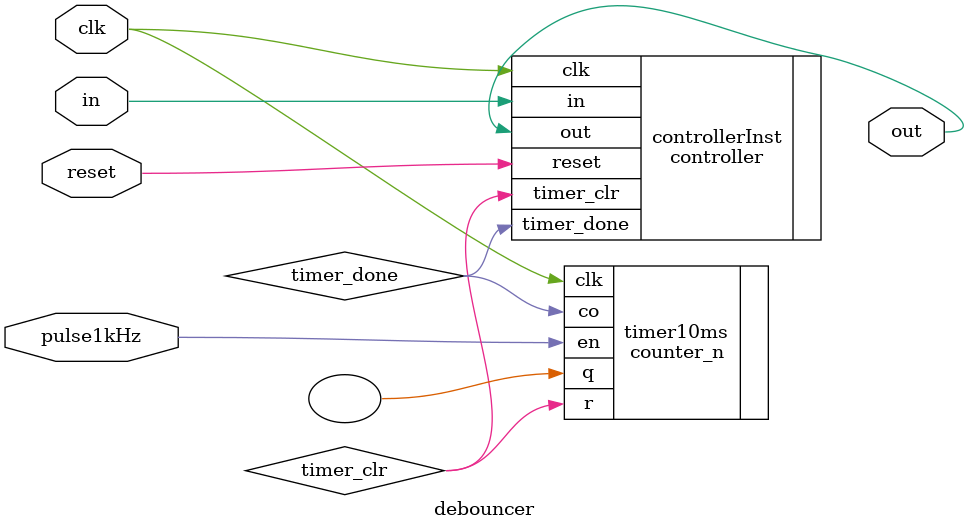
<source format=v>
module debouncer(in,clk,reset,out,pulse1kHz);

    parameter width=1;
    input  [width-1:0] in;
    output [width-1:0] out;
    wire   [width-1:0] out0;
    input clk,reset,pulse1kHz;
    wire timer_clr,timer_done;
    

    counter_n #(.n(10),.counter_bits(4)) timer10ms(.clk(clk),.r(timer_clr),.en(pulse1kHz),.co(timer_done),.q());//计时10ms

    controller #(.width(width)) controllerInst(.in(in),.reset(reset),.clk(clk),.timer_done(timer_done),.timer_clr(timer_clr),.out(out));//控制器
    
    /*width_trans  #(.width(width)) widthTransInst(.in(out0),.clk(clk),.out(out));//脉宽变换*/
endmodule

</source>
